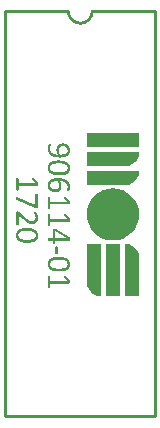
<source format=gto>
G04*
G04 #@! TF.GenerationSoftware,Altium Limited,CircuitStudio,1.5.1 (13)*
G04*
G04 Layer_Color=15065295*
%FSAX43Y43*%
%MOMM*%
G71*
G01*
G75*
%ADD18C,0.254*%
G36*
X0033441Y0043180D02*
X0033445D01*
X0033454Y0043176D01*
X0033477Y0043167D01*
X0033480D01*
X0033487Y0043163D01*
X0033500Y0043157D01*
X0033513Y0043151D01*
X0034614Y0042503D01*
X0034617D01*
X0034620Y0042496D01*
X0034633Y0042483D01*
X0034636Y0042480D01*
X0034640Y0042474D01*
X0034643Y0042461D01*
X0034646Y0042448D01*
Y0042445D01*
X0034649Y0042432D01*
X0034653Y0042415D01*
X0034656Y0042396D01*
Y0042389D01*
X0034659Y0042373D01*
Y0042351D01*
Y0042321D01*
Y0042318D01*
Y0042312D01*
Y0042292D01*
X0034656Y0042266D01*
X0034653Y0042241D01*
Y0042237D01*
Y0042234D01*
X0034649Y0042221D01*
X0034646Y0042202D01*
X0034643Y0042185D01*
Y0042182D01*
X0034640Y0042172D01*
X0034636Y0042160D01*
X0034630Y0042150D01*
Y0042147D01*
X0034623Y0042143D01*
X0034617Y0042140D01*
X0034607Y0042137D01*
X0033451D01*
Y0041933D01*
Y0041930D01*
X0033448Y0041920D01*
X0033441Y0041907D01*
X0033425Y0041897D01*
X0033422Y0041894D01*
X0033406Y0041888D01*
X0033383Y0041884D01*
X0033351Y0041881D01*
X0033344D01*
X0033325Y0041884D01*
X0033302Y0041888D01*
X0033279Y0041897D01*
X0033276Y0041900D01*
X0033266Y0041907D01*
X0033257Y0041917D01*
X0033254Y0041933D01*
Y0042137D01*
X0032865D01*
X0032852Y0042143D01*
X0032849Y0042150D01*
X0032845Y0042156D01*
X0032839Y0042166D01*
Y0042169D01*
X0032836Y0042176D01*
Y0042185D01*
X0032833Y0042202D01*
Y0042205D01*
Y0042218D01*
X0032829Y0042237D01*
Y0042260D01*
Y0042266D01*
Y0042279D01*
Y0042299D01*
X0032833Y0042318D01*
Y0042321D01*
X0032836Y0042331D01*
Y0042344D01*
X0032839Y0042354D01*
Y0042357D01*
X0032842Y0042360D01*
X0032852Y0042373D01*
X0032858D01*
X0032871Y0042377D01*
X0033254D01*
Y0043121D01*
Y0043125D01*
Y0043131D01*
X0033257Y0043151D01*
X0033260Y0043157D01*
X0033270Y0043170D01*
X0033273D01*
X0033279Y0043173D01*
X0033289Y0043176D01*
X0033302Y0043180D01*
X0033318D01*
X0033334Y0043183D01*
X0033415D01*
X0033441Y0043180D01*
D02*
G37*
G36*
X0033597Y0041696D02*
X0033607Y0041693D01*
X0033616Y0041690D01*
X0033619Y0041687D01*
X0033629Y0041680D01*
X0033636Y0041667D01*
X0033639Y0041651D01*
Y0041068D01*
Y0041065D01*
Y0041062D01*
X0033632Y0041049D01*
Y0041046D01*
X0033629Y0041042D01*
X0033626Y0041039D01*
X0033616Y0041033D01*
X0033613D01*
X0033610Y0041029D01*
X0033600Y0041026D01*
X0033587Y0041023D01*
X0033584D01*
X0033574Y0041020D01*
X0033561Y0041016D01*
X0033513D01*
X0033487Y0041023D01*
X0033477Y0041026D01*
X0033467Y0041029D01*
X0033464Y0041033D01*
X0033458Y0041039D01*
X0033451Y0041052D01*
X0033448Y0041068D01*
Y0041651D01*
Y0041654D01*
X0033451Y0041664D01*
X0033458Y0041677D01*
X0033467Y0041690D01*
X0033471D01*
X0033487Y0041693D01*
X0033509Y0041696D01*
X0033542Y0041700D01*
X0033571D01*
X0033597Y0041696D01*
D02*
G37*
G36*
X0034322Y0044456D02*
X0034332D01*
X0034342Y0044452D01*
X0034345D01*
X0034348Y0044449D01*
X0034361Y0044443D01*
X0034364Y0044439D01*
X0034368Y0044436D01*
X0034377Y0044420D01*
X0034643Y0044005D01*
X0034646Y0044002D01*
X0034649Y0043993D01*
Y0043989D01*
X0034653Y0043986D01*
X0034656Y0043970D01*
Y0043967D01*
X0034659Y0043960D01*
Y0043941D01*
Y0043937D01*
X0034662Y0043928D01*
Y0043915D01*
Y0043899D01*
Y0043892D01*
Y0043879D01*
Y0043863D01*
X0034659Y0043844D01*
Y0043840D01*
X0034656Y0043831D01*
X0034653Y0043818D01*
X0034649Y0043808D01*
Y0043805D01*
X0034646Y0043801D01*
X0034643Y0043795D01*
X0034636Y0043792D01*
X0034633Y0043789D01*
X0034620Y0043785D01*
X0033033D01*
Y0043458D01*
Y0043455D01*
Y0043452D01*
X0033027Y0043439D01*
Y0043436D01*
X0033024Y0043432D01*
X0033007Y0043423D01*
X0033004D01*
X0032998Y0043419D01*
X0032988Y0043416D01*
X0032975Y0043413D01*
X0032972D01*
X0032965Y0043410D01*
X0032949Y0043406D01*
X0032917D01*
X0032904Y0043410D01*
X0032888Y0043413D01*
X0032884D01*
X0032878Y0043416D01*
X0032858Y0043423D01*
X0032852Y0043426D01*
X0032842Y0043439D01*
Y0043445D01*
X0032839Y0043458D01*
Y0044404D01*
Y0044410D01*
X0032842Y0044423D01*
X0032845Y0044426D01*
X0032858Y0044439D01*
X0032862D01*
X0032868Y0044443D01*
X0032888Y0044449D01*
X0032901D01*
X0032913Y0044452D01*
X0032962D01*
X0032975Y0044449D01*
X0032978D01*
X0032988Y0044446D01*
X0033007Y0044439D01*
X0033011D01*
X0033014Y0044436D01*
X0033027Y0044423D01*
Y0044420D01*
X0033030Y0044417D01*
X0033033Y0044404D01*
Y0044025D01*
X0034410D01*
X0034202Y0044375D01*
X0034199Y0044378D01*
X0034193Y0044391D01*
X0034186Y0044404D01*
X0034183Y0044417D01*
Y0044420D01*
Y0044426D01*
Y0044433D01*
X0034189Y0044443D01*
X0034193D01*
X0034196Y0044449D01*
X0034206Y0044452D01*
X0034219Y0044456D01*
X0034235D01*
X0034251Y0044459D01*
X0034316D01*
X0034322Y0044456D01*
D02*
G37*
G36*
X0033785Y0047461D02*
X0033824D01*
X0033911Y0047454D01*
X0033917D01*
X0033930Y0047451D01*
X0033956Y0047448D01*
X0033985Y0047445D01*
X0034021Y0047438D01*
X0034060Y0047429D01*
X0034141Y0047409D01*
X0034147D01*
X0034160Y0047403D01*
X0034180Y0047396D01*
X0034209Y0047386D01*
X0034241Y0047374D01*
X0034274Y0047357D01*
X0034348Y0047322D01*
X0034351Y0047318D01*
X0034364Y0047312D01*
X0034384Y0047299D01*
X0034406Y0047283D01*
X0034432Y0047263D01*
X0034461Y0047241D01*
X0034487Y0047212D01*
X0034517Y0047182D01*
X0034520Y0047179D01*
X0034529Y0047166D01*
X0034542Y0047150D01*
X0034559Y0047127D01*
X0034578Y0047098D01*
X0034598Y0047063D01*
X0034617Y0047027D01*
X0034633Y0046985D01*
X0034636Y0046978D01*
X0034640Y0046965D01*
X0034646Y0046940D01*
X0034656Y0046907D01*
X0034662Y0046868D01*
X0034669Y0046820D01*
X0034672Y0046768D01*
X0034675Y0046713D01*
Y0046710D01*
Y0046703D01*
Y0046693D01*
Y0046680D01*
X0034672Y0046648D01*
X0034669Y0046609D01*
Y0046606D01*
Y0046600D01*
X0034666Y0046590D01*
Y0046577D01*
X0034659Y0046548D01*
X0034649Y0046512D01*
Y0046509D01*
Y0046506D01*
X0034643Y0046486D01*
X0034636Y0046460D01*
X0034627Y0046438D01*
X0034623Y0046431D01*
X0034620Y0046421D01*
X0034614Y0046405D01*
X0034607Y0046396D01*
Y0046392D01*
X0034604Y0046389D01*
X0034591Y0046383D01*
X0034585Y0046379D01*
X0034572Y0046373D01*
X0034568D01*
X0034565Y0046370D01*
X0034542D01*
X0034536Y0046366D01*
X0034487D01*
X0034471Y0046370D01*
X0034461D01*
X0034452Y0046373D01*
X0034442Y0046376D01*
X0034436Y0046379D01*
X0034426Y0046389D01*
X0034423Y0046392D01*
X0034419Y0046408D01*
Y0046412D01*
Y0046418D01*
X0034423Y0046431D01*
X0034429Y0046451D01*
X0034432Y0046454D01*
X0034436Y0046467D01*
X0034442Y0046489D01*
X0034449Y0046515D01*
X0034452Y0046522D01*
X0034455Y0046541D01*
X0034465Y0046567D01*
X0034471Y0046606D01*
Y0046609D01*
X0034474Y0046616D01*
Y0046625D01*
X0034478Y0046642D01*
X0034481Y0046658D01*
Y0046680D01*
X0034484Y0046729D01*
Y0046736D01*
Y0046752D01*
X0034481Y0046774D01*
X0034478Y0046807D01*
X0034471Y0046839D01*
X0034461Y0046878D01*
X0034449Y0046917D01*
X0034429Y0046953D01*
X0034426Y0046956D01*
X0034419Y0046969D01*
X0034406Y0046985D01*
X0034393Y0047008D01*
X0034371Y0047030D01*
X0034348Y0047056D01*
X0034319Y0047082D01*
X0034287Y0047108D01*
X0034283Y0047111D01*
X0034270Y0047118D01*
X0034251Y0047127D01*
X0034225Y0047140D01*
X0034196Y0047153D01*
X0034160Y0047169D01*
X0034118Y0047182D01*
X0034076Y0047195D01*
X0034070D01*
X0034057Y0047199D01*
X0034034Y0047205D01*
X0034002Y0047208D01*
X0033966Y0047215D01*
X0033924Y0047221D01*
X0033879Y0047225D01*
X0033830Y0047228D01*
Y0047225D01*
X0033833Y0047221D01*
X0033843Y0047205D01*
X0033856Y0047179D01*
X0033872Y0047147D01*
Y0047144D01*
X0033875Y0047137D01*
X0033882Y0047127D01*
X0033885Y0047114D01*
X0033898Y0047085D01*
X0033911Y0047046D01*
Y0047043D01*
X0033914Y0047037D01*
X0033917Y0047027D01*
X0033921Y0047011D01*
X0033930Y0046975D01*
X0033937Y0046933D01*
Y0046930D01*
X0033940Y0046923D01*
Y0046910D01*
X0033943Y0046894D01*
X0033947Y0046852D01*
X0033950Y0046804D01*
Y0046800D01*
Y0046797D01*
Y0046778D01*
X0033947Y0046752D01*
X0033943Y0046719D01*
X0033940Y0046680D01*
X0033934Y0046638D01*
X0033921Y0046596D01*
X0033908Y0046557D01*
X0033904Y0046554D01*
X0033901Y0046541D01*
X0033892Y0046522D01*
X0033879Y0046499D01*
X0033862Y0046470D01*
X0033846Y0046444D01*
X0033824Y0046418D01*
X0033798Y0046392D01*
X0033794Y0046389D01*
X0033785Y0046383D01*
X0033768Y0046373D01*
X0033749Y0046357D01*
X0033726Y0046344D01*
X0033697Y0046331D01*
X0033665Y0046315D01*
X0033629Y0046305D01*
X0033626D01*
X0033613Y0046302D01*
X0033594Y0046295D01*
X0033568Y0046289D01*
X0033539Y0046285D01*
X0033503Y0046279D01*
X0033467Y0046276D01*
X0033406D01*
X0033380Y0046279D01*
X0033351D01*
X0033315Y0046285D01*
X0033276Y0046292D01*
X0033234Y0046302D01*
X0033192Y0046315D01*
X0033189D01*
X0033173Y0046321D01*
X0033153Y0046331D01*
X0033127Y0046340D01*
X0033095Y0046357D01*
X0033062Y0046376D01*
X0033030Y0046402D01*
X0032998Y0046428D01*
X0032994Y0046431D01*
X0032985Y0046441D01*
X0032969Y0046457D01*
X0032949Y0046480D01*
X0032926Y0046506D01*
X0032904Y0046541D01*
X0032881Y0046577D01*
X0032862Y0046619D01*
X0032858Y0046625D01*
X0032855Y0046638D01*
X0032845Y0046664D01*
X0032839Y0046697D01*
X0032829Y0046736D01*
X0032820Y0046781D01*
X0032816Y0046833D01*
X0032813Y0046891D01*
Y0046897D01*
Y0046910D01*
Y0046930D01*
X0032816Y0046959D01*
X0032820Y0046988D01*
X0032823Y0047024D01*
X0032839Y0047092D01*
Y0047095D01*
X0032845Y0047105D01*
X0032852Y0047124D01*
X0032862Y0047144D01*
X0032884Y0047192D01*
X0032920Y0047244D01*
X0032923Y0047247D01*
X0032930Y0047254D01*
X0032939Y0047267D01*
X0032956Y0047280D01*
X0032975Y0047296D01*
X0032994Y0047315D01*
X0033046Y0047351D01*
X0033049Y0047354D01*
X0033059Y0047357D01*
X0033075Y0047367D01*
X0033095Y0047374D01*
X0033121Y0047386D01*
X0033150Y0047396D01*
X0033182Y0047409D01*
X0033218Y0047419D01*
X0033221D01*
X0033234Y0047422D01*
X0033254Y0047429D01*
X0033279Y0047432D01*
X0033312Y0047438D01*
X0033347Y0047445D01*
X0033386Y0047451D01*
X0033428Y0047454D01*
X0033448D01*
X0033474Y0047458D01*
X0033503D01*
X0033539Y0047461D01*
X0033581D01*
X0033626Y0047464D01*
X0033749D01*
X0033785Y0047461D01*
D02*
G37*
G36*
X0034322Y0045910D02*
X0034332D01*
X0034342Y0045906D01*
X0034345D01*
X0034348Y0045903D01*
X0034361Y0045897D01*
X0034364Y0045894D01*
X0034368Y0045890D01*
X0034377Y0045874D01*
X0034643Y0045460D01*
X0034646Y0045456D01*
X0034649Y0045447D01*
Y0045443D01*
X0034653Y0045440D01*
X0034656Y0045424D01*
Y0045421D01*
X0034659Y0045414D01*
Y0045395D01*
Y0045392D01*
X0034662Y0045382D01*
Y0045369D01*
Y0045353D01*
Y0045346D01*
Y0045333D01*
Y0045317D01*
X0034659Y0045298D01*
Y0045294D01*
X0034656Y0045285D01*
X0034653Y0045272D01*
X0034649Y0045262D01*
Y0045259D01*
X0034646Y0045256D01*
X0034643Y0045249D01*
X0034636Y0045246D01*
X0034633Y0045243D01*
X0034620Y0045239D01*
X0033033D01*
Y0044912D01*
Y0044909D01*
Y0044906D01*
X0033027Y0044893D01*
Y0044890D01*
X0033024Y0044886D01*
X0033007Y0044877D01*
X0033004D01*
X0032998Y0044873D01*
X0032988Y0044870D01*
X0032975Y0044867D01*
X0032972D01*
X0032965Y0044864D01*
X0032949Y0044860D01*
X0032917D01*
X0032904Y0044864D01*
X0032888Y0044867D01*
X0032884D01*
X0032878Y0044870D01*
X0032858Y0044877D01*
X0032852Y0044880D01*
X0032842Y0044893D01*
Y0044899D01*
X0032839Y0044912D01*
Y0045858D01*
Y0045864D01*
X0032842Y0045877D01*
X0032845Y0045881D01*
X0032858Y0045894D01*
X0032862D01*
X0032868Y0045897D01*
X0032888Y0045903D01*
X0032901D01*
X0032913Y0045906D01*
X0032962D01*
X0032975Y0045903D01*
X0032978D01*
X0032988Y0045900D01*
X0033007Y0045894D01*
X0033011D01*
X0033014Y0045890D01*
X0033027Y0045877D01*
Y0045874D01*
X0033030Y0045871D01*
X0033033Y0045858D01*
Y0045479D01*
X0034410D01*
X0034202Y0045829D01*
X0034199Y0045832D01*
X0034193Y0045845D01*
X0034186Y0045858D01*
X0034183Y0045871D01*
Y0045874D01*
Y0045881D01*
Y0045887D01*
X0034189Y0045897D01*
X0034193D01*
X0034196Y0045903D01*
X0034206Y0045906D01*
X0034219Y0045910D01*
X0034235D01*
X0034251Y0045913D01*
X0034316D01*
X0034322Y0045910D01*
D02*
G37*
G36*
X0033814Y0040816D02*
X0033866D01*
X0033924Y0040812D01*
X0033985Y0040806D01*
X0034053Y0040796D01*
X0034118Y0040786D01*
X0034121D01*
X0034125Y0040783D01*
X0034134D01*
X0034147Y0040780D01*
X0034180Y0040773D01*
X0034219Y0040761D01*
X0034267Y0040748D01*
X0034316Y0040728D01*
X0034364Y0040705D01*
X0034413Y0040680D01*
X0034419Y0040676D01*
X0034432Y0040667D01*
X0034455Y0040647D01*
X0034484Y0040624D01*
X0034517Y0040595D01*
X0034549Y0040563D01*
X0034578Y0040524D01*
X0034607Y0040479D01*
X0034610Y0040472D01*
X0034617Y0040456D01*
X0034630Y0040430D01*
X0034643Y0040395D01*
X0034653Y0040352D01*
X0034666Y0040301D01*
X0034672Y0040242D01*
X0034675Y0040178D01*
Y0040174D01*
Y0040171D01*
Y0040161D01*
Y0040148D01*
X0034672Y0040116D01*
X0034669Y0040074D01*
X0034659Y0040029D01*
X0034649Y0039980D01*
X0034633Y0039931D01*
X0034614Y0039886D01*
X0034610Y0039880D01*
X0034601Y0039867D01*
X0034588Y0039844D01*
X0034568Y0039818D01*
X0034542Y0039789D01*
X0034510Y0039757D01*
X0034474Y0039727D01*
X0034432Y0039698D01*
X0034426Y0039695D01*
X0034413Y0039685D01*
X0034387Y0039676D01*
X0034351Y0039659D01*
X0034309Y0039643D01*
X0034261Y0039627D01*
X0034202Y0039611D01*
X0034141Y0039598D01*
X0034134D01*
X0034125Y0039595D01*
X0034112Y0039591D01*
X0034096D01*
X0034076Y0039588D01*
X0034028Y0039582D01*
X0033969Y0039575D01*
X0033901Y0039572D01*
X0033827Y0039565D01*
X0033694D01*
X0033671Y0039569D01*
X0033619D01*
X0033561Y0039575D01*
X0033500Y0039582D01*
X0033432Y0039588D01*
X0033367Y0039601D01*
X0033360D01*
X0033351Y0039604D01*
X0033338Y0039608D01*
X0033305Y0039614D01*
X0033266Y0039627D01*
X0033218Y0039643D01*
X0033169Y0039663D01*
X0033118Y0039685D01*
X0033069Y0039711D01*
X0033062Y0039714D01*
X0033049Y0039724D01*
X0033027Y0039740D01*
X0032998Y0039763D01*
X0032969Y0039792D01*
X0032936Y0039825D01*
X0032907Y0039863D01*
X0032878Y0039909D01*
X0032875Y0039915D01*
X0032868Y0039931D01*
X0032858Y0039957D01*
X0032845Y0039993D01*
X0032833Y0040038D01*
X0032823Y0040090D01*
X0032816Y0040148D01*
X0032813Y0040213D01*
Y0040216D01*
Y0040220D01*
Y0040229D01*
Y0040242D01*
X0032816Y0040275D01*
X0032820Y0040314D01*
X0032826Y0040359D01*
X0032839Y0040408D01*
X0032852Y0040456D01*
X0032871Y0040501D01*
X0032875Y0040508D01*
X0032884Y0040521D01*
X0032897Y0040544D01*
X0032917Y0040569D01*
X0032943Y0040599D01*
X0032972Y0040631D01*
X0033007Y0040660D01*
X0033049Y0040689D01*
X0033056Y0040693D01*
X0033072Y0040702D01*
X0033098Y0040712D01*
X0033130Y0040728D01*
X0033173Y0040744D01*
X0033224Y0040761D01*
X0033279Y0040777D01*
X0033341Y0040790D01*
X0033347D01*
X0033357Y0040793D01*
X0033373D01*
X0033390Y0040796D01*
X0033409Y0040799D01*
X0033458Y0040803D01*
X0033516Y0040809D01*
X0033584Y0040816D01*
X0033658Y0040819D01*
X0033791D01*
X0033814Y0040816D01*
D02*
G37*
G36*
X0030310Y0044647D02*
X0030333Y0044641D01*
X0030336D01*
X0030343Y0044637D01*
X0030365Y0044624D01*
X0030368Y0044621D01*
X0030375Y0044615D01*
X0030388Y0044605D01*
X0030401Y0044595D01*
X0030773Y0044232D01*
X0030780Y0044226D01*
X0030796Y0044213D01*
X0030819Y0044187D01*
X0030848Y0044161D01*
X0030883Y0044129D01*
X0030922Y0044093D01*
X0030961Y0044061D01*
X0031000Y0044032D01*
X0031003Y0044028D01*
X0031016Y0044019D01*
X0031039Y0044006D01*
X0031062Y0043986D01*
X0031091Y0043970D01*
X0031123Y0043951D01*
X0031155Y0043931D01*
X0031188Y0043915D01*
X0031191Y0043912D01*
X0031201Y0043909D01*
X0031217Y0043902D01*
X0031240Y0043892D01*
X0031288Y0043873D01*
X0031340Y0043860D01*
X0031343D01*
X0031353Y0043857D01*
X0031366Y0043854D01*
X0031382Y0043850D01*
X0031424Y0043847D01*
X0031470Y0043844D01*
X0031492D01*
X0031508Y0043847D01*
X0031544Y0043854D01*
X0031583Y0043867D01*
X0031586D01*
X0031593Y0043870D01*
X0031602Y0043873D01*
X0031615Y0043880D01*
X0031644Y0043899D01*
X0031677Y0043925D01*
X0031680Y0043928D01*
X0031683Y0043931D01*
X0031699Y0043951D01*
X0031722Y0043983D01*
X0031742Y0044022D01*
Y0044025D01*
X0031745Y0044032D01*
X0031751Y0044045D01*
X0031755Y0044061D01*
X0031761Y0044080D01*
X0031764Y0044103D01*
X0031767Y0044155D01*
Y0044158D01*
Y0044171D01*
Y0044187D01*
X0031764Y0044207D01*
X0031761Y0044232D01*
X0031758Y0044258D01*
X0031742Y0044313D01*
Y0044317D01*
X0031738Y0044326D01*
X0031732Y0044339D01*
X0031725Y0044356D01*
X0031709Y0044394D01*
X0031690Y0044437D01*
Y0044440D01*
X0031687Y0044446D01*
X0031680Y0044456D01*
X0031674Y0044466D01*
X0031654Y0044495D01*
X0031638Y0044524D01*
X0031635Y0044530D01*
X0031628Y0044543D01*
X0031619Y0044563D01*
X0031615Y0044579D01*
Y0044585D01*
X0031619Y0044598D01*
X0031625Y0044602D01*
X0031638Y0044611D01*
X0031641D01*
X0031648Y0044615D01*
X0031657D01*
X0031670Y0044618D01*
X0031767D01*
X0031784Y0044615D01*
X0031787D01*
X0031790Y0044611D01*
X0031806Y0044605D01*
X0031810D01*
X0031813Y0044598D01*
X0031819Y0044592D01*
X0031829Y0044582D01*
X0031832Y0044579D01*
X0031842Y0044569D01*
X0031855Y0044550D01*
X0031871Y0044524D01*
Y0044521D01*
X0031874Y0044517D01*
X0031881Y0044508D01*
X0031887Y0044495D01*
X0031904Y0044462D01*
X0031920Y0044420D01*
Y0044417D01*
X0031923Y0044407D01*
X0031929Y0044394D01*
X0031936Y0044378D01*
X0031942Y0044359D01*
X0031949Y0044333D01*
X0031962Y0044281D01*
Y0044278D01*
X0031965Y0044268D01*
X0031968Y0044252D01*
X0031972Y0044232D01*
X0031975Y0044210D01*
X0031978Y0044184D01*
X0031981Y0044126D01*
Y0044119D01*
Y0044103D01*
X0031978Y0044077D01*
Y0044048D01*
X0031972Y0044012D01*
X0031965Y0043973D01*
X0031955Y0043935D01*
X0031942Y0043896D01*
Y0043892D01*
X0031936Y0043880D01*
X0031926Y0043860D01*
X0031916Y0043837D01*
X0031884Y0043782D01*
X0031865Y0043756D01*
X0031842Y0043731D01*
X0031839Y0043727D01*
X0031829Y0043721D01*
X0031816Y0043708D01*
X0031800Y0043692D01*
X0031777Y0043675D01*
X0031751Y0043659D01*
X0031722Y0043643D01*
X0031690Y0043630D01*
X0031687D01*
X0031677Y0043624D01*
X0031657Y0043620D01*
X0031635Y0043614D01*
X0031609Y0043607D01*
X0031576Y0043604D01*
X0031508Y0043598D01*
X0031476D01*
X0031457Y0043601D01*
X0031431D01*
X0031402Y0043604D01*
X0031337Y0043614D01*
X0031334D01*
X0031321Y0043617D01*
X0031304Y0043620D01*
X0031282Y0043627D01*
X0031253Y0043637D01*
X0031220Y0043650D01*
X0031185Y0043663D01*
X0031149Y0043682D01*
X0031146Y0043685D01*
X0031133Y0043692D01*
X0031113Y0043701D01*
X0031084Y0043718D01*
X0031052Y0043737D01*
X0031016Y0043763D01*
X0030974Y0043792D01*
X0030929Y0043824D01*
X0030922Y0043828D01*
X0030906Y0043841D01*
X0030880Y0043863D01*
X0030848Y0043889D01*
X0030806Y0043928D01*
X0030757Y0043970D01*
X0030705Y0044019D01*
X0030647Y0044074D01*
X0030349Y0044359D01*
Y0043572D01*
Y0043569D01*
Y0043565D01*
X0030343Y0043552D01*
Y0043549D01*
X0030339Y0043546D01*
X0030323Y0043533D01*
X0030320D01*
X0030313Y0043530D01*
X0030304Y0043527D01*
X0030291Y0043523D01*
X0030288D01*
X0030278Y0043520D01*
X0030265Y0043517D01*
X0030232D01*
X0030219Y0043520D01*
X0030203Y0043523D01*
X0030200D01*
X0030190Y0043527D01*
X0030168Y0043533D01*
X0030164D01*
X0030161Y0043536D01*
X0030148Y0043549D01*
Y0043556D01*
X0030145Y0043572D01*
Y0044573D01*
Y0044576D01*
Y0044585D01*
X0030148Y0044608D01*
Y0044611D01*
X0030151Y0044615D01*
X0030164Y0044631D01*
X0030168D01*
X0030171Y0044637D01*
X0030181Y0044641D01*
X0030194Y0044647D01*
X0030210D01*
X0030226Y0044650D01*
X0030300D01*
X0030310Y0044647D01*
D02*
G37*
G36*
X0031120Y0043251D02*
X0031172D01*
X0031230Y0043248D01*
X0031291Y0043242D01*
X0031359Y0043232D01*
X0031424Y0043222D01*
X0031427D01*
X0031431Y0043219D01*
X0031440D01*
X0031453Y0043216D01*
X0031486Y0043209D01*
X0031525Y0043196D01*
X0031573Y0043183D01*
X0031622Y0043164D01*
X0031670Y0043141D01*
X0031719Y0043115D01*
X0031725Y0043112D01*
X0031738Y0043102D01*
X0031761Y0043083D01*
X0031790Y0043060D01*
X0031823Y0043031D01*
X0031855Y0042999D01*
X0031884Y0042960D01*
X0031913Y0042914D01*
X0031916Y0042908D01*
X0031923Y0042892D01*
X0031936Y0042866D01*
X0031949Y0042830D01*
X0031959Y0042788D01*
X0031972Y0042736D01*
X0031978Y0042678D01*
X0031981Y0042613D01*
Y0042610D01*
Y0042607D01*
Y0042597D01*
Y0042584D01*
X0031978Y0042552D01*
X0031975Y0042510D01*
X0031965Y0042464D01*
X0031955Y0042416D01*
X0031939Y0042367D01*
X0031920Y0042322D01*
X0031916Y0042315D01*
X0031907Y0042302D01*
X0031894Y0042280D01*
X0031874Y0042254D01*
X0031848Y0042225D01*
X0031816Y0042192D01*
X0031780Y0042163D01*
X0031738Y0042134D01*
X0031732Y0042131D01*
X0031719Y0042121D01*
X0031693Y0042111D01*
X0031657Y0042095D01*
X0031615Y0042079D01*
X0031567Y0042063D01*
X0031508Y0042047D01*
X0031447Y0042034D01*
X0031440D01*
X0031431Y0042030D01*
X0031418Y0042027D01*
X0031402D01*
X0031382Y0042024D01*
X0031334Y0042017D01*
X0031275Y0042011D01*
X0031207Y0042008D01*
X0031133Y0042001D01*
X0031000D01*
X0030977Y0042004D01*
X0030925D01*
X0030867Y0042011D01*
X0030806Y0042017D01*
X0030738Y0042024D01*
X0030673Y0042037D01*
X0030666D01*
X0030657Y0042040D01*
X0030644Y0042043D01*
X0030611Y0042050D01*
X0030572Y0042063D01*
X0030524Y0042079D01*
X0030475Y0042098D01*
X0030424Y0042121D01*
X0030375Y0042147D01*
X0030368Y0042150D01*
X0030355Y0042160D01*
X0030333Y0042176D01*
X0030304Y0042199D01*
X0030275Y0042228D01*
X0030242Y0042260D01*
X0030213Y0042299D01*
X0030184Y0042344D01*
X0030181Y0042351D01*
X0030174Y0042367D01*
X0030164Y0042393D01*
X0030151Y0042429D01*
X0030139Y0042474D01*
X0030129Y0042526D01*
X0030122Y0042584D01*
X0030119Y0042649D01*
Y0042652D01*
Y0042655D01*
Y0042665D01*
Y0042678D01*
X0030122Y0042710D01*
X0030126Y0042749D01*
X0030132Y0042795D01*
X0030145Y0042843D01*
X0030158Y0042892D01*
X0030177Y0042937D01*
X0030181Y0042944D01*
X0030190Y0042957D01*
X0030203Y0042979D01*
X0030223Y0043005D01*
X0030249Y0043034D01*
X0030278Y0043067D01*
X0030313Y0043096D01*
X0030355Y0043125D01*
X0030362Y0043128D01*
X0030378Y0043138D01*
X0030404Y0043148D01*
X0030436Y0043164D01*
X0030479Y0043180D01*
X0030530Y0043196D01*
X0030585Y0043212D01*
X0030647Y0043225D01*
X0030653D01*
X0030663Y0043229D01*
X0030679D01*
X0030696Y0043232D01*
X0030715Y0043235D01*
X0030764Y0043238D01*
X0030822Y0043245D01*
X0030890Y0043251D01*
X0030964Y0043254D01*
X0031097D01*
X0031120Y0043251D01*
D02*
G37*
G36*
X0031894Y0046121D02*
X0031897D01*
X0031907Y0046117D01*
X0031926Y0046111D01*
X0031929D01*
X0031936Y0046108D01*
X0031942Y0046101D01*
X0031949Y0046095D01*
Y0046091D01*
X0031952Y0046088D01*
X0031955Y0046072D01*
Y0045016D01*
Y0045013D01*
Y0045003D01*
X0031949Y0044984D01*
Y0044981D01*
X0031946Y0044974D01*
X0031942Y0044968D01*
X0031933Y0044961D01*
X0031929Y0044958D01*
X0031923Y0044955D01*
X0031913Y0044951D01*
X0031900Y0044948D01*
X0031897D01*
X0031887Y0044945D01*
X0031871Y0044942D01*
X0031819D01*
X0031803Y0044945D01*
X0031800D01*
X0031790Y0044948D01*
X0031777D01*
X0031764Y0044951D01*
X0031761D01*
X0031755Y0044955D01*
X0031742Y0044958D01*
X0031729Y0044961D01*
X0031725D01*
X0031719Y0044964D01*
X0031706Y0044968D01*
X0031693Y0044974D01*
X0030187Y0045628D01*
X0030184D01*
X0030177Y0045632D01*
X0030161Y0045648D01*
Y0045651D01*
X0030155Y0045654D01*
X0030145Y0045674D01*
Y0045677D01*
X0030142Y0045683D01*
Y0045700D01*
X0030139Y0045716D01*
Y0045719D01*
Y0045732D01*
X0030135Y0045751D01*
Y0045774D01*
Y0045777D01*
Y0045781D01*
Y0045803D01*
X0030139Y0045826D01*
X0030142Y0045852D01*
Y0045855D01*
X0030145Y0045865D01*
X0030148Y0045878D01*
X0030151Y0045891D01*
X0030155D01*
X0030158Y0045894D01*
X0030164Y0045897D01*
X0030174Y0045900D01*
X0030177D01*
X0030184Y0045897D01*
X0030194Y0045894D01*
X0030207Y0045887D01*
X0031745Y0045201D01*
Y0046072D01*
Y0046075D01*
X0031748Y0046085D01*
X0031755Y0046098D01*
X0031771Y0046111D01*
X0031777Y0046114D01*
X0031790Y0046117D01*
X0031816Y0046121D01*
X0031848Y0046124D01*
X0031878D01*
X0031894Y0046121D01*
D02*
G37*
G36*
X0034322Y0039216D02*
X0034332D01*
X0034342Y0039213D01*
X0034345D01*
X0034348Y0039209D01*
X0034361Y0039203D01*
X0034364Y0039200D01*
X0034368Y0039196D01*
X0034377Y0039180D01*
X0034643Y0038766D01*
X0034646Y0038762D01*
X0034649Y0038753D01*
Y0038749D01*
X0034653Y0038746D01*
X0034656Y0038730D01*
Y0038727D01*
X0034659Y0038720D01*
Y0038701D01*
Y0038698D01*
X0034662Y0038688D01*
Y0038675D01*
Y0038659D01*
Y0038652D01*
Y0038639D01*
Y0038623D01*
X0034659Y0038604D01*
Y0038600D01*
X0034656Y0038591D01*
X0034653Y0038578D01*
X0034649Y0038568D01*
Y0038565D01*
X0034646Y0038562D01*
X0034643Y0038555D01*
X0034636Y0038552D01*
X0034633Y0038549D01*
X0034620Y0038545D01*
X0033033D01*
Y0038218D01*
Y0038215D01*
Y0038212D01*
X0033027Y0038199D01*
Y0038196D01*
X0033024Y0038192D01*
X0033007Y0038183D01*
X0033004D01*
X0032998Y0038179D01*
X0032988Y0038176D01*
X0032975Y0038173D01*
X0032972D01*
X0032965Y0038170D01*
X0032949Y0038166D01*
X0032917D01*
X0032904Y0038170D01*
X0032888Y0038173D01*
X0032884D01*
X0032878Y0038176D01*
X0032858Y0038183D01*
X0032852Y0038186D01*
X0032842Y0038199D01*
Y0038205D01*
X0032839Y0038218D01*
Y0039164D01*
Y0039170D01*
X0032842Y0039183D01*
X0032845Y0039187D01*
X0032858Y0039200D01*
X0032862D01*
X0032868Y0039203D01*
X0032888Y0039209D01*
X0032901D01*
X0032913Y0039213D01*
X0032962D01*
X0032975Y0039209D01*
X0032978D01*
X0032988Y0039206D01*
X0033007Y0039200D01*
X0033011D01*
X0033014Y0039196D01*
X0033027Y0039183D01*
Y0039180D01*
X0033030Y0039177D01*
X0033033Y0039164D01*
Y0038785D01*
X0034410D01*
X0034202Y0039135D01*
X0034199Y0039138D01*
X0034193Y0039151D01*
X0034186Y0039164D01*
X0034183Y0039177D01*
Y0039180D01*
Y0039187D01*
Y0039193D01*
X0034189Y0039203D01*
X0034193D01*
X0034196Y0039209D01*
X0034206Y0039213D01*
X0034219Y0039216D01*
X0034235D01*
X0034251Y0039219D01*
X0034316D01*
X0034322Y0039216D01*
D02*
G37*
G36*
X0031628Y0047468D02*
X0031638D01*
X0031648Y0047465D01*
X0031651D01*
X0031654Y0047461D01*
X0031667Y0047455D01*
X0031670Y0047452D01*
X0031674Y0047448D01*
X0031683Y0047432D01*
X0031949Y0047018D01*
X0031952Y0047014D01*
X0031955Y0047005D01*
Y0047001D01*
X0031959Y0046998D01*
X0031962Y0046982D01*
Y0046979D01*
X0031965Y0046972D01*
Y0046953D01*
Y0046950D01*
X0031968Y0046940D01*
Y0046927D01*
Y0046911D01*
Y0046904D01*
Y0046891D01*
Y0046875D01*
X0031965Y0046856D01*
Y0046852D01*
X0031962Y0046843D01*
X0031959Y0046830D01*
X0031955Y0046820D01*
Y0046817D01*
X0031952Y0046814D01*
X0031949Y0046807D01*
X0031942Y0046804D01*
X0031939Y0046801D01*
X0031926Y0046797D01*
X0030339D01*
Y0046470D01*
Y0046467D01*
Y0046464D01*
X0030333Y0046451D01*
Y0046448D01*
X0030330Y0046444D01*
X0030313Y0046435D01*
X0030310D01*
X0030304Y0046431D01*
X0030294Y0046428D01*
X0030281Y0046425D01*
X0030278D01*
X0030271Y0046422D01*
X0030255Y0046418D01*
X0030223D01*
X0030210Y0046422D01*
X0030194Y0046425D01*
X0030190D01*
X0030184Y0046428D01*
X0030164Y0046435D01*
X0030158Y0046438D01*
X0030148Y0046451D01*
Y0046457D01*
X0030145Y0046470D01*
Y0047416D01*
Y0047422D01*
X0030148Y0047435D01*
X0030151Y0047439D01*
X0030164Y0047452D01*
X0030168D01*
X0030174Y0047455D01*
X0030194Y0047461D01*
X0030207D01*
X0030219Y0047465D01*
X0030268D01*
X0030281Y0047461D01*
X0030284D01*
X0030294Y0047458D01*
X0030313Y0047452D01*
X0030317D01*
X0030320Y0047448D01*
X0030333Y0047435D01*
Y0047432D01*
X0030336Y0047429D01*
X0030339Y0047416D01*
Y0047037D01*
X0031716D01*
X0031508Y0047387D01*
X0031505Y0047390D01*
X0031499Y0047403D01*
X0031492Y0047416D01*
X0031489Y0047429D01*
Y0047432D01*
Y0047439D01*
Y0047445D01*
X0031495Y0047455D01*
X0031499D01*
X0031502Y0047461D01*
X0031512Y0047465D01*
X0031525Y0047468D01*
X0031541D01*
X0031557Y0047471D01*
X0031622D01*
X0031628Y0047468D01*
D02*
G37*
G36*
X0038920Y0037500D02*
X0037720Y0037500D01*
X0037720Y0041900D01*
X0038920Y0041900D01*
X0038920Y0037500D01*
D02*
G37*
G36*
X0040520Y0048100D02*
X0040530Y0048000D01*
Y0048000D01*
X0040492Y0047713D01*
X0040381Y0047445D01*
X0040205Y0047216D01*
X0039975Y0047039D01*
X0039707Y0046928D01*
X0039420Y0046891D01*
X0039420D01*
Y0046900D01*
X0036120Y0046900D01*
Y0048100D01*
X0040520Y0048100D01*
D02*
G37*
G36*
X0038751Y0046568D02*
X0039166Y0046442D01*
X0039548Y0046238D01*
X0039883Y0045963D01*
X0040158Y0045628D01*
X0040362Y0045246D01*
X0040488Y0044831D01*
X0040531Y0044400D01*
X0040488Y0043969D01*
X0040362Y0043554D01*
X0040158Y0043172D01*
X0039883Y0042837D01*
X0039548Y0042562D01*
X0039166Y0042358D01*
X0038751Y0042232D01*
X0038320Y0042189D01*
X0037889Y0042232D01*
X0037474Y0042358D01*
X0037092Y0042562D01*
X0036757Y0042837D01*
X0036482Y0043172D01*
X0036278Y0043554D01*
X0036152Y0043969D01*
X0036109Y0044400D01*
X0036152Y0044831D01*
X0036278Y0045246D01*
X0036482Y0045628D01*
X0036757Y0045963D01*
X0037092Y0046238D01*
X0037474Y0046442D01*
X0037889Y0046568D01*
X0038320Y0046611D01*
X0038751Y0046568D01*
D02*
G37*
G36*
X0037320Y0037500D02*
X0037220Y0037491D01*
X0037220D01*
X0036933Y0037528D01*
X0036665Y0037639D01*
X0036436Y0037816D01*
X0036259Y0038045D01*
X0036148Y0038313D01*
X0036111Y0038600D01*
Y0038600D01*
X0036120Y0038600D01*
X0036120Y0041900D01*
X0037320D01*
X0037320Y0037500D01*
D02*
G37*
G36*
X0039707Y0041872D02*
X0039975Y0041761D01*
X0040205Y0041585D01*
X0040381Y0041355D01*
X0040492Y0041087D01*
X0040530Y0040800D01*
Y0040800D01*
X0040520D01*
X0040520Y0037500D01*
X0039320D01*
X0039320Y0041900D01*
X0039420Y0041910D01*
X0039420D01*
X0039707Y0041872D01*
D02*
G37*
G36*
X0040520Y0051300D02*
X0040520Y0050100D01*
X0036120Y0050100D01*
X0036120Y0051300D01*
X0040520Y0051300D01*
D02*
G37*
G36*
X0033814Y0048964D02*
X0033866D01*
X0033924Y0048960D01*
X0033985Y0048954D01*
X0034053Y0048944D01*
X0034118Y0048934D01*
X0034121D01*
X0034125Y0048931D01*
X0034134D01*
X0034147Y0048928D01*
X0034180Y0048922D01*
X0034219Y0048909D01*
X0034267Y0048896D01*
X0034316Y0048876D01*
X0034364Y0048854D01*
X0034413Y0048828D01*
X0034419Y0048824D01*
X0034432Y0048815D01*
X0034455Y0048795D01*
X0034484Y0048773D01*
X0034517Y0048743D01*
X0034549Y0048711D01*
X0034578Y0048672D01*
X0034607Y0048627D01*
X0034610Y0048620D01*
X0034617Y0048604D01*
X0034630Y0048578D01*
X0034643Y0048543D01*
X0034653Y0048501D01*
X0034666Y0048449D01*
X0034672Y0048390D01*
X0034675Y0048326D01*
Y0048322D01*
Y0048319D01*
Y0048309D01*
Y0048297D01*
X0034672Y0048264D01*
X0034669Y0048222D01*
X0034659Y0048177D01*
X0034649Y0048128D01*
X0034633Y0048080D01*
X0034614Y0048034D01*
X0034610Y0048028D01*
X0034601Y0048015D01*
X0034588Y0047992D01*
X0034568Y0047966D01*
X0034542Y0047937D01*
X0034510Y0047905D01*
X0034474Y0047875D01*
X0034432Y0047846D01*
X0034426Y0047843D01*
X0034413Y0047833D01*
X0034387Y0047824D01*
X0034351Y0047807D01*
X0034309Y0047791D01*
X0034261Y0047775D01*
X0034202Y0047759D01*
X0034141Y0047746D01*
X0034134D01*
X0034125Y0047743D01*
X0034112Y0047739D01*
X0034096D01*
X0034076Y0047736D01*
X0034028Y0047730D01*
X0033969Y0047723D01*
X0033901Y0047720D01*
X0033827Y0047714D01*
X0033694D01*
X0033671Y0047717D01*
X0033619D01*
X0033561Y0047723D01*
X0033500Y0047730D01*
X0033432Y0047736D01*
X0033367Y0047749D01*
X0033360D01*
X0033351Y0047752D01*
X0033338Y0047756D01*
X0033305Y0047762D01*
X0033266Y0047775D01*
X0033218Y0047791D01*
X0033169Y0047811D01*
X0033118Y0047833D01*
X0033069Y0047859D01*
X0033062Y0047863D01*
X0033049Y0047872D01*
X0033027Y0047888D01*
X0032998Y0047911D01*
X0032969Y0047940D01*
X0032936Y0047973D01*
X0032907Y0048012D01*
X0032878Y0048057D01*
X0032875Y0048063D01*
X0032868Y0048080D01*
X0032858Y0048105D01*
X0032845Y0048141D01*
X0032833Y0048186D01*
X0032823Y0048238D01*
X0032816Y0048297D01*
X0032813Y0048361D01*
Y0048365D01*
Y0048368D01*
Y0048377D01*
Y0048390D01*
X0032816Y0048423D01*
X0032820Y0048462D01*
X0032826Y0048507D01*
X0032839Y0048556D01*
X0032852Y0048604D01*
X0032871Y0048649D01*
X0032875Y0048656D01*
X0032884Y0048669D01*
X0032897Y0048692D01*
X0032917Y0048717D01*
X0032943Y0048747D01*
X0032972Y0048779D01*
X0033007Y0048808D01*
X0033049Y0048837D01*
X0033056Y0048841D01*
X0033072Y0048850D01*
X0033098Y0048860D01*
X0033130Y0048876D01*
X0033173Y0048892D01*
X0033224Y0048909D01*
X0033279Y0048925D01*
X0033341Y0048938D01*
X0033347D01*
X0033357Y0048941D01*
X0033373D01*
X0033390Y0048944D01*
X0033409Y0048947D01*
X0033458Y0048951D01*
X0033516Y0048957D01*
X0033584Y0048964D01*
X0033658Y0048967D01*
X0033791D01*
X0033814Y0048964D01*
D02*
G37*
G36*
X0040520Y0049700D02*
X0040530Y0049600D01*
Y0049600D01*
X0040492Y0049313D01*
X0040381Y0049045D01*
X0040205Y0048816D01*
X0039975Y0048639D01*
X0039707Y0048528D01*
X0039420Y0048491D01*
X0039420D01*
Y0048500D01*
X0036120Y0048500D01*
Y0049700D01*
X0040520Y0049700D01*
D02*
G37*
G36*
X0034115Y0050405D02*
X0034147D01*
X0034180Y0050402D01*
X0034219Y0050395D01*
X0034300Y0050376D01*
X0034306Y0050372D01*
X0034319Y0050369D01*
X0034338Y0050359D01*
X0034364Y0050350D01*
X0034393Y0050334D01*
X0034426Y0050314D01*
X0034458Y0050291D01*
X0034491Y0050266D01*
X0034494Y0050262D01*
X0034504Y0050253D01*
X0034520Y0050236D01*
X0034539Y0050214D01*
X0034559Y0050188D01*
X0034581Y0050155D01*
X0034604Y0050120D01*
X0034623Y0050078D01*
X0034627Y0050071D01*
X0034633Y0050058D01*
X0034640Y0050032D01*
X0034649Y0050000D01*
X0034659Y0049958D01*
X0034669Y0049913D01*
X0034672Y0049861D01*
X0034675Y0049802D01*
Y0049796D01*
Y0049783D01*
Y0049760D01*
X0034672Y0049734D01*
X0034669Y0049702D01*
X0034662Y0049670D01*
X0034646Y0049602D01*
Y0049598D01*
X0034640Y0049585D01*
X0034633Y0049569D01*
X0034623Y0049550D01*
X0034598Y0049501D01*
X0034562Y0049449D01*
X0034559Y0049446D01*
X0034552Y0049440D01*
X0034542Y0049427D01*
X0034526Y0049411D01*
X0034507Y0049394D01*
X0034484Y0049378D01*
X0034432Y0049343D01*
X0034429Y0049339D01*
X0034419Y0049336D01*
X0034403Y0049326D01*
X0034384Y0049317D01*
X0034358Y0049304D01*
X0034329Y0049294D01*
X0034296Y0049281D01*
X0034261Y0049271D01*
X0034257D01*
X0034245Y0049265D01*
X0034225Y0049262D01*
X0034199Y0049255D01*
X0034167Y0049249D01*
X0034131Y0049242D01*
X0034092Y0049236D01*
X0034050Y0049229D01*
X0034044D01*
X0034031Y0049226D01*
X0034008D01*
X0033979Y0049223D01*
X0033943Y0049219D01*
X0033901D01*
X0033859Y0049216D01*
X0033772D01*
X0033739Y0049219D01*
X0033704D01*
X0033665Y0049223D01*
X0033577Y0049232D01*
X0033571D01*
X0033558Y0049236D01*
X0033532Y0049239D01*
X0033503Y0049242D01*
X0033467Y0049249D01*
X0033428Y0049258D01*
X0033344Y0049281D01*
X0033341D01*
X0033325Y0049287D01*
X0033305Y0049294D01*
X0033276Y0049304D01*
X0033244Y0049317D01*
X0033211Y0049333D01*
X0033137Y0049372D01*
X0033134Y0049375D01*
X0033121Y0049381D01*
X0033101Y0049394D01*
X0033079Y0049411D01*
X0033053Y0049430D01*
X0033024Y0049456D01*
X0032994Y0049482D01*
X0032965Y0049514D01*
X0032962Y0049517D01*
X0032952Y0049530D01*
X0032939Y0049547D01*
X0032923Y0049572D01*
X0032907Y0049602D01*
X0032888Y0049637D01*
X0032868Y0049676D01*
X0032852Y0049718D01*
Y0049725D01*
X0032845Y0049738D01*
X0032839Y0049764D01*
X0032833Y0049796D01*
X0032826Y0049835D01*
X0032820Y0049883D01*
X0032816Y0049935D01*
X0032813Y0049990D01*
Y0049993D01*
Y0050000D01*
Y0050013D01*
Y0050029D01*
X0032816Y0050068D01*
X0032823Y0050110D01*
Y0050113D01*
Y0050120D01*
X0032826Y0050129D01*
Y0050142D01*
X0032833Y0050175D01*
X0032839Y0050210D01*
Y0050214D01*
X0032842Y0050217D01*
X0032845Y0050236D01*
X0032852Y0050262D01*
X0032862Y0050288D01*
X0032865Y0050291D01*
X0032871Y0050304D01*
X0032878Y0050321D01*
X0032888Y0050334D01*
X0032891Y0050337D01*
X0032897Y0050340D01*
X0032907Y0050346D01*
X0032920Y0050353D01*
X0032936D01*
X0032956Y0050356D01*
X0033030D01*
X0033037Y0050353D01*
X0033046D01*
X0033056Y0050350D01*
X0033059D01*
X0033062Y0050346D01*
X0033069Y0050340D01*
Y0050337D01*
X0033072Y0050334D01*
Y0050317D01*
Y0050314D01*
Y0050308D01*
X0033069Y0050295D01*
X0033062Y0050275D01*
Y0050269D01*
X0033056Y0050256D01*
X0033049Y0050233D01*
X0033040Y0050204D01*
Y0050201D01*
X0033037Y0050197D01*
Y0050188D01*
X0033033Y0050175D01*
X0033024Y0050146D01*
X0033017Y0050107D01*
Y0050104D01*
Y0050097D01*
X0033014Y0050084D01*
Y0050068D01*
X0033011Y0050049D01*
Y0050026D01*
X0033007Y0049977D01*
Y0049971D01*
Y0049955D01*
X0033011Y0049929D01*
X0033014Y0049896D01*
X0033020Y0049861D01*
X0033030Y0049822D01*
X0033043Y0049783D01*
X0033059Y0049744D01*
X0033062Y0049741D01*
X0033069Y0049728D01*
X0033082Y0049708D01*
X0033095Y0049689D01*
X0033118Y0049663D01*
X0033140Y0049637D01*
X0033166Y0049611D01*
X0033198Y0049585D01*
X0033202Y0049582D01*
X0033215Y0049576D01*
X0033231Y0049563D01*
X0033257Y0049550D01*
X0033286Y0049537D01*
X0033322Y0049521D01*
X0033360Y0049508D01*
X0033403Y0049495D01*
X0033409D01*
X0033422Y0049488D01*
X0033448Y0049485D01*
X0033477Y0049479D01*
X0033513Y0049472D01*
X0033555Y0049466D01*
X0033600Y0049462D01*
X0033649Y0049459D01*
X0033645Y0049462D01*
X0033642Y0049472D01*
X0033632Y0049488D01*
X0033623Y0049508D01*
X0033610Y0049537D01*
X0033597Y0049566D01*
X0033584Y0049598D01*
X0033571Y0049637D01*
Y0049640D01*
X0033564Y0049657D01*
X0033561Y0049676D01*
X0033555Y0049705D01*
X0033548Y0049741D01*
X0033545Y0049780D01*
X0033539Y0049825D01*
Y0049874D01*
Y0049877D01*
Y0049880D01*
Y0049900D01*
X0033542Y0049929D01*
X0033545Y0049961D01*
X0033548Y0050003D01*
X0033555Y0050045D01*
X0033564Y0050087D01*
X0033577Y0050129D01*
X0033581Y0050133D01*
X0033584Y0050146D01*
X0033594Y0050165D01*
X0033607Y0050188D01*
X0033623Y0050214D01*
X0033642Y0050243D01*
X0033665Y0050269D01*
X0033691Y0050295D01*
X0033694Y0050298D01*
X0033704Y0050304D01*
X0033720Y0050314D01*
X0033739Y0050327D01*
X0033762Y0050343D01*
X0033791Y0050356D01*
X0033824Y0050372D01*
X0033859Y0050382D01*
X0033862D01*
X0033875Y0050385D01*
X0033895Y0050389D01*
X0033924Y0050395D01*
X0033953Y0050398D01*
X0033992Y0050405D01*
X0034031Y0050408D01*
X0034092D01*
X0034115Y0050405D01*
D02*
G37*
%LPC*%
G36*
X0031117Y0043008D02*
X0030990D01*
X0030942Y0043005D01*
X0030887D01*
X0030828Y0042999D01*
X0030770Y0042995D01*
X0030715Y0042989D01*
X0030708D01*
X0030692Y0042986D01*
X0030666Y0042979D01*
X0030634Y0042973D01*
X0030598Y0042963D01*
X0030560Y0042953D01*
X0030521Y0042940D01*
X0030485Y0042924D01*
X0030482Y0042921D01*
X0030472Y0042914D01*
X0030456Y0042905D01*
X0030436Y0042892D01*
X0030394Y0042853D01*
X0030372Y0042833D01*
X0030355Y0042808D01*
Y0042804D01*
X0030349Y0042795D01*
X0030343Y0042778D01*
X0030336Y0042759D01*
X0030330Y0042733D01*
X0030323Y0042704D01*
X0030320Y0042672D01*
X0030317Y0042636D01*
Y0042633D01*
Y0042623D01*
Y0042607D01*
X0030320Y0042587D01*
X0030326Y0042542D01*
X0030339Y0042497D01*
Y0042493D01*
X0030346Y0042487D01*
X0030349Y0042474D01*
X0030359Y0042461D01*
X0030381Y0042425D01*
X0030411Y0042393D01*
X0030414Y0042390D01*
X0030420Y0042387D01*
X0030430Y0042377D01*
X0030443Y0042367D01*
X0030479Y0042348D01*
X0030524Y0042325D01*
X0030527D01*
X0030537Y0042319D01*
X0030550Y0042315D01*
X0030566Y0042309D01*
X0030589Y0042302D01*
X0030611Y0042293D01*
X0030670Y0042280D01*
X0030673D01*
X0030683Y0042276D01*
X0030699Y0042273D01*
X0030721Y0042270D01*
X0030747Y0042263D01*
X0030777Y0042260D01*
X0030841Y0042254D01*
X0030857D01*
X0030877Y0042251D01*
X0030929D01*
X0030964Y0042247D01*
X0031117D01*
X0031155Y0042251D01*
X0031194Y0042254D01*
X0031278Y0042260D01*
X0031282D01*
X0031298Y0042263D01*
X0031317D01*
X0031343Y0042267D01*
X0031372Y0042270D01*
X0031402Y0042276D01*
X0031466Y0042289D01*
X0031470D01*
X0031479Y0042293D01*
X0031495Y0042296D01*
X0031515Y0042302D01*
X0031563Y0042315D01*
X0031609Y0042338D01*
X0031612D01*
X0031619Y0042344D01*
X0031631Y0042351D01*
X0031644Y0042357D01*
X0031677Y0042380D01*
X0031709Y0042409D01*
X0031712Y0042412D01*
X0031716Y0042416D01*
X0031722Y0042425D01*
X0031732Y0042438D01*
X0031748Y0042468D01*
X0031764Y0042506D01*
Y0042510D01*
X0031767Y0042516D01*
X0031771Y0042526D01*
X0031774Y0042542D01*
X0031780Y0042578D01*
X0031784Y0042626D01*
Y0042633D01*
Y0042646D01*
X0031780Y0042668D01*
X0031777Y0042694D01*
X0031771Y0042727D01*
X0031758Y0042759D01*
X0031745Y0042791D01*
X0031725Y0042821D01*
X0031722Y0042824D01*
X0031716Y0042833D01*
X0031703Y0042846D01*
X0031687Y0042863D01*
X0031664Y0042882D01*
X0031638Y0042901D01*
X0031609Y0042921D01*
X0031573Y0042937D01*
X0031570Y0042940D01*
X0031557Y0042944D01*
X0031534Y0042950D01*
X0031508Y0042960D01*
X0031476Y0042969D01*
X0031434Y0042979D01*
X0031392Y0042989D01*
X0031343Y0042995D01*
X0031337D01*
X0031321Y0042999D01*
X0031295D01*
X0031259Y0043002D01*
X0031217Y0043005D01*
X0031168D01*
X0031117Y0043008D01*
D02*
G37*
G36*
X0033811Y0048721D02*
X0033684D01*
X0033636Y0048717D01*
X0033581D01*
X0033522Y0048711D01*
X0033464Y0048708D01*
X0033409Y0048701D01*
X0033403D01*
X0033386Y0048698D01*
X0033360Y0048692D01*
X0033328Y0048685D01*
X0033292Y0048675D01*
X0033254Y0048666D01*
X0033215Y0048653D01*
X0033179Y0048637D01*
X0033176Y0048633D01*
X0033166Y0048627D01*
X0033150Y0048617D01*
X0033130Y0048604D01*
X0033088Y0048565D01*
X0033066Y0048546D01*
X0033049Y0048520D01*
Y0048517D01*
X0033043Y0048507D01*
X0033037Y0048491D01*
X0033030Y0048471D01*
X0033024Y0048445D01*
X0033017Y0048416D01*
X0033014Y0048384D01*
X0033011Y0048348D01*
Y0048345D01*
Y0048335D01*
Y0048319D01*
X0033014Y0048300D01*
X0033020Y0048254D01*
X0033033Y0048209D01*
Y0048206D01*
X0033040Y0048199D01*
X0033043Y0048186D01*
X0033053Y0048173D01*
X0033075Y0048138D01*
X0033105Y0048105D01*
X0033108Y0048102D01*
X0033114Y0048099D01*
X0033124Y0048089D01*
X0033137Y0048080D01*
X0033173Y0048060D01*
X0033218Y0048037D01*
X0033221D01*
X0033231Y0048031D01*
X0033244Y0048028D01*
X0033260Y0048021D01*
X0033283Y0048015D01*
X0033305Y0048005D01*
X0033364Y0047992D01*
X0033367D01*
X0033377Y0047989D01*
X0033393Y0047986D01*
X0033415Y0047982D01*
X0033441Y0047976D01*
X0033471Y0047973D01*
X0033535Y0047966D01*
X0033551D01*
X0033571Y0047963D01*
X0033623D01*
X0033658Y0047960D01*
X0033811D01*
X0033849Y0047963D01*
X0033888Y0047966D01*
X0033972Y0047973D01*
X0033976D01*
X0033992Y0047976D01*
X0034011D01*
X0034037Y0047979D01*
X0034066Y0047982D01*
X0034096Y0047989D01*
X0034160Y0048002D01*
X0034164D01*
X0034173Y0048005D01*
X0034189Y0048008D01*
X0034209Y0048015D01*
X0034257Y0048028D01*
X0034303Y0048050D01*
X0034306D01*
X0034313Y0048057D01*
X0034325Y0048063D01*
X0034338Y0048070D01*
X0034371Y0048092D01*
X0034403Y0048122D01*
X0034406Y0048125D01*
X0034410Y0048128D01*
X0034416Y0048138D01*
X0034426Y0048151D01*
X0034442Y0048180D01*
X0034458Y0048219D01*
Y0048222D01*
X0034461Y0048228D01*
X0034465Y0048238D01*
X0034468Y0048254D01*
X0034474Y0048290D01*
X0034478Y0048339D01*
Y0048345D01*
Y0048358D01*
X0034474Y0048381D01*
X0034471Y0048407D01*
X0034465Y0048439D01*
X0034452Y0048471D01*
X0034439Y0048504D01*
X0034419Y0048533D01*
X0034416Y0048536D01*
X0034410Y0048546D01*
X0034397Y0048559D01*
X0034381Y0048575D01*
X0034358Y0048594D01*
X0034332Y0048614D01*
X0034303Y0048633D01*
X0034267Y0048649D01*
X0034264Y0048653D01*
X0034251Y0048656D01*
X0034228Y0048662D01*
X0034202Y0048672D01*
X0034170Y0048682D01*
X0034128Y0048692D01*
X0034086Y0048701D01*
X0034037Y0048708D01*
X0034031D01*
X0034015Y0048711D01*
X0033989D01*
X0033953Y0048714D01*
X0033911Y0048717D01*
X0033862D01*
X0033811Y0048721D01*
D02*
G37*
G36*
X0033639Y0047221D02*
X0033574D01*
X0033532Y0047218D01*
X0033483Y0047215D01*
X0033435Y0047212D01*
X0033383Y0047205D01*
X0033334Y0047199D01*
X0033328D01*
X0033315Y0047195D01*
X0033292Y0047189D01*
X0033266Y0047182D01*
X0033234Y0047173D01*
X0033202Y0047163D01*
X0033169Y0047150D01*
X0033140Y0047134D01*
X0033137Y0047131D01*
X0033127Y0047124D01*
X0033118Y0047114D01*
X0033101Y0047101D01*
X0033066Y0047069D01*
X0033049Y0047046D01*
X0033037Y0047024D01*
Y0047021D01*
X0033033Y0047011D01*
X0033027Y0046998D01*
X0033024Y0046978D01*
X0033017Y0046956D01*
X0033011Y0046930D01*
X0033007Y0046868D01*
Y0046865D01*
Y0046852D01*
X0033011Y0046836D01*
Y0046813D01*
X0033020Y0046765D01*
X0033040Y0046713D01*
Y0046710D01*
X0033046Y0046703D01*
X0033053Y0046690D01*
X0033062Y0046674D01*
X0033092Y0046642D01*
X0033127Y0046606D01*
X0033130Y0046603D01*
X0033137Y0046600D01*
X0033150Y0046590D01*
X0033166Y0046580D01*
X0033186Y0046570D01*
X0033208Y0046561D01*
X0033257Y0046541D01*
X0033260D01*
X0033270Y0046538D01*
X0033283Y0046535D01*
X0033302Y0046528D01*
X0033325Y0046525D01*
X0033347Y0046522D01*
X0033403Y0046519D01*
X0033432D01*
X0033451Y0046522D01*
X0033500Y0046525D01*
X0033548Y0046535D01*
X0033551D01*
X0033561Y0046538D01*
X0033571Y0046541D01*
X0033587Y0046548D01*
X0033626Y0046564D01*
X0033662Y0046590D01*
X0033665Y0046593D01*
X0033668Y0046596D01*
X0033678Y0046606D01*
X0033687Y0046616D01*
X0033710Y0046651D01*
X0033733Y0046693D01*
Y0046697D01*
X0033736Y0046703D01*
X0033743Y0046716D01*
X0033746Y0046736D01*
X0033752Y0046758D01*
X0033756Y0046784D01*
X0033759Y0046813D01*
Y0046846D01*
Y0046849D01*
Y0046855D01*
Y0046865D01*
Y0046878D01*
X0033756Y0046910D01*
X0033749Y0046949D01*
Y0046953D01*
X0033746Y0046959D01*
Y0046969D01*
X0033743Y0046982D01*
X0033733Y0047014D01*
X0033723Y0047050D01*
Y0047053D01*
X0033720Y0047059D01*
X0033717Y0047066D01*
X0033713Y0047079D01*
X0033700Y0047111D01*
X0033684Y0047144D01*
Y0047147D01*
X0033681Y0047150D01*
X0033671Y0047169D01*
X0033658Y0047195D01*
X0033639Y0047221D01*
D02*
G37*
G36*
X0033451Y0042966D02*
Y0042377D01*
X0034445D01*
Y0042380D01*
X0033451Y0042966D01*
D02*
G37*
G36*
X0033811Y0040573D02*
X0033684D01*
X0033636Y0040569D01*
X0033581D01*
X0033522Y0040563D01*
X0033464Y0040560D01*
X0033409Y0040553D01*
X0033403D01*
X0033386Y0040550D01*
X0033360Y0040544D01*
X0033328Y0040537D01*
X0033292Y0040527D01*
X0033254Y0040518D01*
X0033215Y0040505D01*
X0033179Y0040488D01*
X0033176Y0040485D01*
X0033166Y0040479D01*
X0033150Y0040469D01*
X0033130Y0040456D01*
X0033088Y0040417D01*
X0033066Y0040398D01*
X0033049Y0040372D01*
Y0040369D01*
X0033043Y0040359D01*
X0033037Y0040343D01*
X0033030Y0040323D01*
X0033024Y0040297D01*
X0033017Y0040268D01*
X0033014Y0040236D01*
X0033011Y0040200D01*
Y0040197D01*
Y0040187D01*
Y0040171D01*
X0033014Y0040152D01*
X0033020Y0040106D01*
X0033033Y0040061D01*
Y0040058D01*
X0033040Y0040051D01*
X0033043Y0040038D01*
X0033053Y0040025D01*
X0033075Y0039990D01*
X0033105Y0039957D01*
X0033108Y0039954D01*
X0033114Y0039951D01*
X0033124Y0039941D01*
X0033137Y0039931D01*
X0033173Y0039912D01*
X0033218Y0039889D01*
X0033221D01*
X0033231Y0039883D01*
X0033244Y0039880D01*
X0033260Y0039873D01*
X0033283Y0039867D01*
X0033305Y0039857D01*
X0033364Y0039844D01*
X0033367D01*
X0033377Y0039841D01*
X0033393Y0039838D01*
X0033415Y0039834D01*
X0033441Y0039828D01*
X0033471Y0039825D01*
X0033535Y0039818D01*
X0033551D01*
X0033571Y0039815D01*
X0033623D01*
X0033658Y0039812D01*
X0033811D01*
X0033849Y0039815D01*
X0033888Y0039818D01*
X0033972Y0039825D01*
X0033976D01*
X0033992Y0039828D01*
X0034011D01*
X0034037Y0039831D01*
X0034066Y0039834D01*
X0034096Y0039841D01*
X0034160Y0039854D01*
X0034164D01*
X0034173Y0039857D01*
X0034189Y0039860D01*
X0034209Y0039867D01*
X0034257Y0039880D01*
X0034303Y0039902D01*
X0034306D01*
X0034313Y0039909D01*
X0034325Y0039915D01*
X0034338Y0039922D01*
X0034371Y0039944D01*
X0034403Y0039974D01*
X0034406Y0039977D01*
X0034410Y0039980D01*
X0034416Y0039990D01*
X0034426Y0040003D01*
X0034442Y0040032D01*
X0034458Y0040071D01*
Y0040074D01*
X0034461Y0040080D01*
X0034465Y0040090D01*
X0034468Y0040106D01*
X0034474Y0040142D01*
X0034478Y0040191D01*
Y0040197D01*
Y0040210D01*
X0034474Y0040233D01*
X0034471Y0040259D01*
X0034465Y0040291D01*
X0034452Y0040323D01*
X0034439Y0040356D01*
X0034419Y0040385D01*
X0034416Y0040388D01*
X0034410Y0040398D01*
X0034397Y0040411D01*
X0034381Y0040427D01*
X0034358Y0040446D01*
X0034332Y0040466D01*
X0034303Y0040485D01*
X0034267Y0040501D01*
X0034264Y0040505D01*
X0034251Y0040508D01*
X0034228Y0040514D01*
X0034202Y0040524D01*
X0034170Y0040534D01*
X0034128Y0040544D01*
X0034086Y0040553D01*
X0034037Y0040560D01*
X0034031D01*
X0034015Y0040563D01*
X0033989D01*
X0033953Y0040566D01*
X0033911Y0040569D01*
X0033862D01*
X0033811Y0040573D01*
D02*
G37*
G36*
X0034092Y0050165D02*
X0034063D01*
X0034040Y0050162D01*
X0033992Y0050159D01*
X0033940Y0050149D01*
X0033937D01*
X0033930Y0050146D01*
X0033917Y0050142D01*
X0033901Y0050136D01*
X0033862Y0050120D01*
X0033824Y0050094D01*
X0033820Y0050091D01*
X0033817Y0050087D01*
X0033807Y0050078D01*
X0033798Y0050068D01*
X0033775Y0050036D01*
X0033752Y0049993D01*
Y0049990D01*
X0033749Y0049981D01*
X0033746Y0049968D01*
X0033739Y0049948D01*
X0033736Y0049925D01*
X0033730Y0049900D01*
X0033726Y0049867D01*
Y0049835D01*
Y0049832D01*
Y0049815D01*
X0033730Y0049796D01*
Y0049770D01*
X0033733Y0049741D01*
X0033739Y0049705D01*
X0033756Y0049634D01*
Y0049631D01*
X0033762Y0049618D01*
X0033768Y0049598D01*
X0033778Y0049576D01*
X0033791Y0049547D01*
X0033804Y0049521D01*
X0033840Y0049462D01*
X0033901D01*
X0033943Y0049466D01*
X0033992Y0049469D01*
X0034040Y0049472D01*
X0034092Y0049479D01*
X0034141Y0049488D01*
X0034147D01*
X0034160Y0049492D01*
X0034183Y0049498D01*
X0034212Y0049504D01*
X0034245Y0049514D01*
X0034277Y0049527D01*
X0034309Y0049543D01*
X0034338Y0049560D01*
X0034342Y0049563D01*
X0034351Y0049566D01*
X0034364Y0049579D01*
X0034381Y0049592D01*
X0034419Y0049628D01*
X0034436Y0049647D01*
X0034449Y0049673D01*
X0034452Y0049676D01*
X0034455Y0049686D01*
X0034461Y0049699D01*
X0034468Y0049715D01*
X0034474Y0049738D01*
X0034478Y0049764D01*
X0034484Y0049793D01*
Y0049825D01*
Y0049828D01*
Y0049841D01*
X0034481Y0049857D01*
Y0049877D01*
X0034468Y0049929D01*
X0034461Y0049955D01*
X0034449Y0049981D01*
Y0049984D01*
X0034442Y0049990D01*
X0034436Y0050003D01*
X0034426Y0050019D01*
X0034397Y0050052D01*
X0034361Y0050087D01*
X0034358D01*
X0034351Y0050094D01*
X0034338Y0050100D01*
X0034325Y0050110D01*
X0034306Y0050120D01*
X0034283Y0050129D01*
X0034235Y0050146D01*
X0034232D01*
X0034222Y0050149D01*
X0034209Y0050152D01*
X0034193Y0050155D01*
X0034170Y0050159D01*
X0034147Y0050162D01*
X0034092Y0050165D01*
D02*
G37*
%LPD*%
D18*
X0035560Y0060579D02*
G03*
X0036576Y0061595I0000000J0001016D01*
G01*
X0034544D02*
G03*
X0035560Y0060579I0001016J0000000D01*
G01*
X0034290Y0061595D02*
X0034544D01*
X0036576D02*
X0041910D01*
X0029210D02*
X0034290D01*
X0029210Y0060960D02*
Y0061595D01*
Y0027305D02*
Y0060960D01*
Y0027305D02*
X0041910D01*
Y0061595D01*
M02*

</source>
